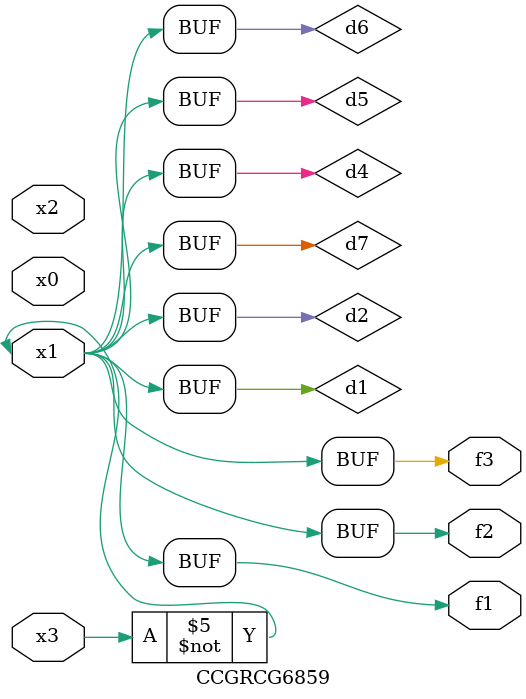
<source format=v>
module CCGRCG6859(
	input x0, x1, x2, x3,
	output f1, f2, f3
);

	wire d1, d2, d3, d4, d5, d6, d7;

	not (d1, x3);
	buf (d2, x1);
	xnor (d3, d1, d2);
	nor (d4, d1);
	buf (d5, d1, d2);
	buf (d6, d4, d5);
	nand (d7, d4);
	assign f1 = d6;
	assign f2 = d7;
	assign f3 = d6;
endmodule

</source>
